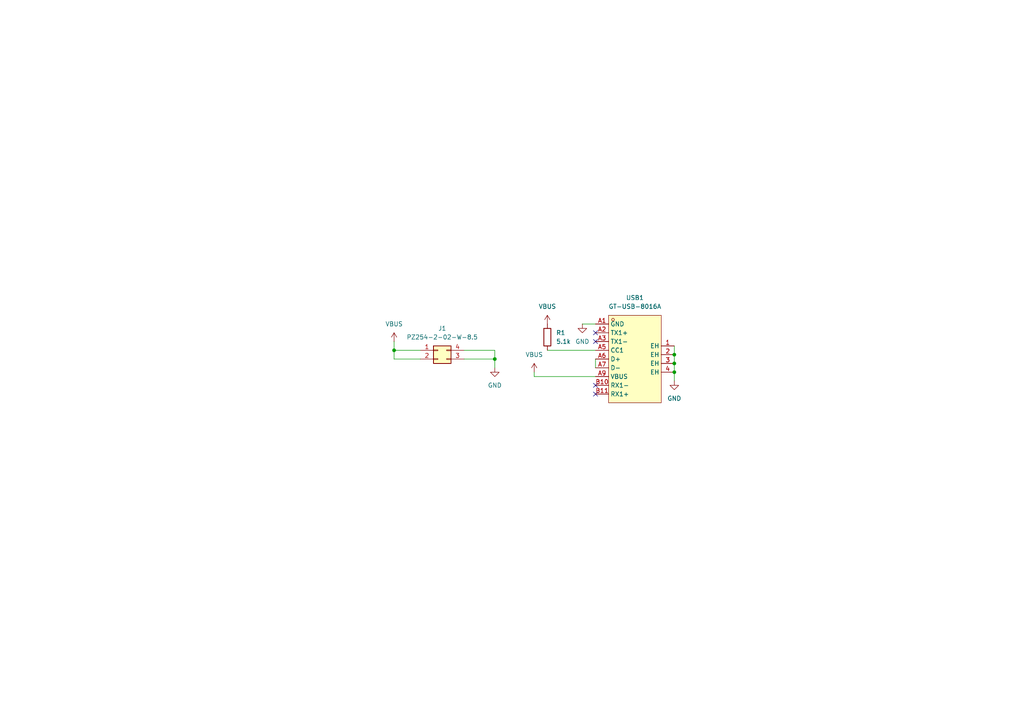
<source format=kicad_sch>
(kicad_sch
	(version 20231120)
	(generator "eeschema")
	(generator_version "8.0")
	(uuid "f9d2ba81-a007-4874-bb61-a5cd040750a5")
	(paper "A4")
	(lib_symbols
		(symbol "Connector_Generic:Conn_02x02_Counter_Clockwise"
			(pin_names
				(offset 1.016) hide)
			(exclude_from_sim no)
			(in_bom yes)
			(on_board yes)
			(property "Reference" "J"
				(at 1.27 2.54 0)
				(effects
					(font
						(size 1.27 1.27)
					)
				)
			)
			(property "Value" "Conn_02x02_Counter_Clockwise"
				(at 1.27 -5.08 0)
				(effects
					(font
						(size 1.27 1.27)
					)
				)
			)
			(property "Footprint" ""
				(at 0 0 0)
				(effects
					(font
						(size 1.27 1.27)
					)
					(hide yes)
				)
			)
			(property "Datasheet" "~"
				(at 0 0 0)
				(effects
					(font
						(size 1.27 1.27)
					)
					(hide yes)
				)
			)
			(property "Description" "Generic connector, double row, 02x02, counter clockwise pin numbering scheme (similar to DIP package numbering), script generated (kicad-library-utils/schlib/autogen/connector/)"
				(at 0 0 0)
				(effects
					(font
						(size 1.27 1.27)
					)
					(hide yes)
				)
			)
			(property "ki_keywords" "connector"
				(at 0 0 0)
				(effects
					(font
						(size 1.27 1.27)
					)
					(hide yes)
				)
			)
			(property "ki_fp_filters" "Connector*:*_2x??_*"
				(at 0 0 0)
				(effects
					(font
						(size 1.27 1.27)
					)
					(hide yes)
				)
			)
			(symbol "Conn_02x02_Counter_Clockwise_1_1"
				(rectangle
					(start -1.27 -2.413)
					(end 0 -2.667)
					(stroke
						(width 0.1524)
						(type default)
					)
					(fill
						(type none)
					)
				)
				(rectangle
					(start -1.27 0.127)
					(end 0 -0.127)
					(stroke
						(width 0.1524)
						(type default)
					)
					(fill
						(type none)
					)
				)
				(rectangle
					(start -1.27 1.27)
					(end 3.81 -3.81)
					(stroke
						(width 0.254)
						(type default)
					)
					(fill
						(type background)
					)
				)
				(rectangle
					(start 3.81 -2.413)
					(end 2.54 -2.667)
					(stroke
						(width 0.1524)
						(type default)
					)
					(fill
						(type none)
					)
				)
				(rectangle
					(start 3.81 0.127)
					(end 2.54 -0.127)
					(stroke
						(width 0.1524)
						(type default)
					)
					(fill
						(type none)
					)
				)
				(pin passive line
					(at -5.08 0 0)
					(length 3.81)
					(name "Pin_1"
						(effects
							(font
								(size 1.27 1.27)
							)
						)
					)
					(number "1"
						(effects
							(font
								(size 1.27 1.27)
							)
						)
					)
				)
				(pin passive line
					(at -5.08 -2.54 0)
					(length 3.81)
					(name "Pin_2"
						(effects
							(font
								(size 1.27 1.27)
							)
						)
					)
					(number "2"
						(effects
							(font
								(size 1.27 1.27)
							)
						)
					)
				)
				(pin passive line
					(at 7.62 -2.54 180)
					(length 3.81)
					(name "Pin_3"
						(effects
							(font
								(size 1.27 1.27)
							)
						)
					)
					(number "3"
						(effects
							(font
								(size 1.27 1.27)
							)
						)
					)
				)
				(pin passive line
					(at 7.62 0 180)
					(length 3.81)
					(name "Pin_4"
						(effects
							(font
								(size 1.27 1.27)
							)
						)
					)
					(number "4"
						(effects
							(font
								(size 1.27 1.27)
							)
						)
					)
				)
			)
		)
		(symbol "Device:R"
			(pin_numbers hide)
			(pin_names
				(offset 0)
			)
			(exclude_from_sim no)
			(in_bom yes)
			(on_board yes)
			(property "Reference" "R"
				(at 2.032 0 90)
				(effects
					(font
						(size 1.27 1.27)
					)
				)
			)
			(property "Value" "R"
				(at 0 0 90)
				(effects
					(font
						(size 1.27 1.27)
					)
				)
			)
			(property "Footprint" ""
				(at -1.778 0 90)
				(effects
					(font
						(size 1.27 1.27)
					)
					(hide yes)
				)
			)
			(property "Datasheet" "~"
				(at 0 0 0)
				(effects
					(font
						(size 1.27 1.27)
					)
					(hide yes)
				)
			)
			(property "Description" "Resistor"
				(at 0 0 0)
				(effects
					(font
						(size 1.27 1.27)
					)
					(hide yes)
				)
			)
			(property "ki_keywords" "R res resistor"
				(at 0 0 0)
				(effects
					(font
						(size 1.27 1.27)
					)
					(hide yes)
				)
			)
			(property "ki_fp_filters" "R_*"
				(at 0 0 0)
				(effects
					(font
						(size 1.27 1.27)
					)
					(hide yes)
				)
			)
			(symbol "R_0_1"
				(rectangle
					(start -1.016 -2.54)
					(end 1.016 2.54)
					(stroke
						(width 0.254)
						(type default)
					)
					(fill
						(type none)
					)
				)
			)
			(symbol "R_1_1"
				(pin passive line
					(at 0 3.81 270)
					(length 1.27)
					(name "~"
						(effects
							(font
								(size 1.27 1.27)
							)
						)
					)
					(number "1"
						(effects
							(font
								(size 1.27 1.27)
							)
						)
					)
				)
				(pin passive line
					(at 0 -3.81 90)
					(length 1.27)
					(name "~"
						(effects
							(font
								(size 1.27 1.27)
							)
						)
					)
					(number "2"
						(effects
							(font
								(size 1.27 1.27)
							)
						)
					)
				)
			)
		)
		(symbol "nareb1conn:GT-USB-8016A"
			(exclude_from_sim no)
			(in_bom yes)
			(on_board yes)
			(property "Reference" "USB"
				(at 0 16.51 0)
				(effects
					(font
						(size 1.27 1.27)
					)
				)
			)
			(property "Value" "GT-USB-8016A"
				(at 0 -13.97 0)
				(effects
					(font
						(size 1.27 1.27)
					)
				)
			)
			(property "Footprint" "nareb1conn:USB-TYPE-C-SMD_GT-USB-8016A"
				(at 0 -16.51 0)
				(effects
					(font
						(size 1.27 1.27)
					)
					(hide yes)
				)
			)
			(property "Datasheet" ""
				(at 0 0 0)
				(effects
					(font
						(size 1.27 1.27)
					)
					(hide yes)
				)
			)
			(property "Description" ""
				(at 0 0 0)
				(effects
					(font
						(size 1.27 1.27)
					)
					(hide yes)
				)
			)
			(property "LCSC Part" "C2988371"
				(at 0 -19.05 0)
				(effects
					(font
						(size 1.27 1.27)
					)
					(hide yes)
				)
			)
			(symbol "GT-USB-8016A_0_1"
				(rectangle
					(start -8.89 13.97)
					(end 6.35 -11.43)
					(stroke
						(width 0)
						(type default)
					)
					(fill
						(type background)
					)
				)
				(circle
					(center -7.62 12.7)
					(radius 0.38)
					(stroke
						(width 0)
						(type default)
					)
					(fill
						(type none)
					)
				)
				(pin unspecified line
					(at 10.16 5.08 180)
					(length 3.81)
					(name "EH"
						(effects
							(font
								(size 1.27 1.27)
							)
						)
					)
					(number "1"
						(effects
							(font
								(size 1.27 1.27)
							)
						)
					)
				)
				(pin unspecified line
					(at 10.16 2.54 180)
					(length 3.81)
					(name "EH"
						(effects
							(font
								(size 1.27 1.27)
							)
						)
					)
					(number "2"
						(effects
							(font
								(size 1.27 1.27)
							)
						)
					)
				)
				(pin unspecified line
					(at 10.16 0 180)
					(length 3.81)
					(name "EH"
						(effects
							(font
								(size 1.27 1.27)
							)
						)
					)
					(number "3"
						(effects
							(font
								(size 1.27 1.27)
							)
						)
					)
				)
				(pin unspecified line
					(at 10.16 -2.54 180)
					(length 3.81)
					(name "EH"
						(effects
							(font
								(size 1.27 1.27)
							)
						)
					)
					(number "4"
						(effects
							(font
								(size 1.27 1.27)
							)
						)
					)
				)
				(pin unspecified line
					(at -12.7 11.43 0)
					(length 3.81)
					(name "GND"
						(effects
							(font
								(size 1.27 1.27)
							)
						)
					)
					(number "A1"
						(effects
							(font
								(size 1.27 1.27)
							)
						)
					)
				)
				(pin unspecified line
					(at -12.7 8.89 0)
					(length 3.81)
					(name "TX1+"
						(effects
							(font
								(size 1.27 1.27)
							)
						)
					)
					(number "A2"
						(effects
							(font
								(size 1.27 1.27)
							)
						)
					)
				)
				(pin unspecified line
					(at -12.7 6.35 0)
					(length 3.81)
					(name "TX1-"
						(effects
							(font
								(size 1.27 1.27)
							)
						)
					)
					(number "A3"
						(effects
							(font
								(size 1.27 1.27)
							)
						)
					)
				)
				(pin unspecified line
					(at -12.7 3.81 0)
					(length 3.81)
					(name "CC1"
						(effects
							(font
								(size 1.27 1.27)
							)
						)
					)
					(number "A5"
						(effects
							(font
								(size 1.27 1.27)
							)
						)
					)
				)
				(pin unspecified line
					(at -12.7 1.27 0)
					(length 3.81)
					(name "D+"
						(effects
							(font
								(size 1.27 1.27)
							)
						)
					)
					(number "A6"
						(effects
							(font
								(size 1.27 1.27)
							)
						)
					)
				)
				(pin unspecified line
					(at -12.7 -1.27 0)
					(length 3.81)
					(name "D-"
						(effects
							(font
								(size 1.27 1.27)
							)
						)
					)
					(number "A7"
						(effects
							(font
								(size 1.27 1.27)
							)
						)
					)
				)
				(pin unspecified line
					(at -12.7 -3.81 0)
					(length 3.81)
					(name "VBUS"
						(effects
							(font
								(size 1.27 1.27)
							)
						)
					)
					(number "A9"
						(effects
							(font
								(size 1.27 1.27)
							)
						)
					)
				)
				(pin unspecified line
					(at -12.7 -6.35 0)
					(length 3.81)
					(name "RX1-"
						(effects
							(font
								(size 1.27 1.27)
							)
						)
					)
					(number "B10"
						(effects
							(font
								(size 1.27 1.27)
							)
						)
					)
				)
				(pin unspecified line
					(at -12.7 -8.89 0)
					(length 3.81)
					(name "RX1+"
						(effects
							(font
								(size 1.27 1.27)
							)
						)
					)
					(number "B11"
						(effects
							(font
								(size 1.27 1.27)
							)
						)
					)
				)
			)
		)
		(symbol "power:GND"
			(power)
			(pin_numbers hide)
			(pin_names
				(offset 0) hide)
			(exclude_from_sim no)
			(in_bom yes)
			(on_board yes)
			(property "Reference" "#PWR"
				(at 0 -6.35 0)
				(effects
					(font
						(size 1.27 1.27)
					)
					(hide yes)
				)
			)
			(property "Value" "GND"
				(at 0 -3.81 0)
				(effects
					(font
						(size 1.27 1.27)
					)
				)
			)
			(property "Footprint" ""
				(at 0 0 0)
				(effects
					(font
						(size 1.27 1.27)
					)
					(hide yes)
				)
			)
			(property "Datasheet" ""
				(at 0 0 0)
				(effects
					(font
						(size 1.27 1.27)
					)
					(hide yes)
				)
			)
			(property "Description" "Power symbol creates a global label with name \"GND\" , ground"
				(at 0 0 0)
				(effects
					(font
						(size 1.27 1.27)
					)
					(hide yes)
				)
			)
			(property "ki_keywords" "global power"
				(at 0 0 0)
				(effects
					(font
						(size 1.27 1.27)
					)
					(hide yes)
				)
			)
			(symbol "GND_0_1"
				(polyline
					(pts
						(xy 0 0) (xy 0 -1.27) (xy 1.27 -1.27) (xy 0 -2.54) (xy -1.27 -1.27) (xy 0 -1.27)
					)
					(stroke
						(width 0)
						(type default)
					)
					(fill
						(type none)
					)
				)
			)
			(symbol "GND_1_1"
				(pin power_in line
					(at 0 0 270)
					(length 0)
					(name "~"
						(effects
							(font
								(size 1.27 1.27)
							)
						)
					)
					(number "1"
						(effects
							(font
								(size 1.27 1.27)
							)
						)
					)
				)
			)
		)
		(symbol "power:VBUS"
			(power)
			(pin_numbers hide)
			(pin_names
				(offset 0) hide)
			(exclude_from_sim no)
			(in_bom yes)
			(on_board yes)
			(property "Reference" "#PWR"
				(at 0 -3.81 0)
				(effects
					(font
						(size 1.27 1.27)
					)
					(hide yes)
				)
			)
			(property "Value" "VBUS"
				(at 0 3.556 0)
				(effects
					(font
						(size 1.27 1.27)
					)
				)
			)
			(property "Footprint" ""
				(at 0 0 0)
				(effects
					(font
						(size 1.27 1.27)
					)
					(hide yes)
				)
			)
			(property "Datasheet" ""
				(at 0 0 0)
				(effects
					(font
						(size 1.27 1.27)
					)
					(hide yes)
				)
			)
			(property "Description" "Power symbol creates a global label with name \"VBUS\""
				(at 0 0 0)
				(effects
					(font
						(size 1.27 1.27)
					)
					(hide yes)
				)
			)
			(property "ki_keywords" "global power"
				(at 0 0 0)
				(effects
					(font
						(size 1.27 1.27)
					)
					(hide yes)
				)
			)
			(symbol "VBUS_0_1"
				(polyline
					(pts
						(xy -0.762 1.27) (xy 0 2.54)
					)
					(stroke
						(width 0)
						(type default)
					)
					(fill
						(type none)
					)
				)
				(polyline
					(pts
						(xy 0 0) (xy 0 2.54)
					)
					(stroke
						(width 0)
						(type default)
					)
					(fill
						(type none)
					)
				)
				(polyline
					(pts
						(xy 0 2.54) (xy 0.762 1.27)
					)
					(stroke
						(width 0)
						(type default)
					)
					(fill
						(type none)
					)
				)
			)
			(symbol "VBUS_1_1"
				(pin power_in line
					(at 0 0 90)
					(length 0)
					(name "~"
						(effects
							(font
								(size 1.27 1.27)
							)
						)
					)
					(number "1"
						(effects
							(font
								(size 1.27 1.27)
							)
						)
					)
				)
			)
		)
	)
	(junction
		(at 114.3 101.6)
		(diameter 0)
		(color 0 0 0 0)
		(uuid "0a6f97dc-4ced-4848-b225-e0e5f2d28239")
	)
	(junction
		(at 143.51 104.14)
		(diameter 0)
		(color 0 0 0 0)
		(uuid "532c9de5-1790-443f-9dcd-67f3e9a5c5c1")
	)
	(junction
		(at 195.58 107.95)
		(diameter 0)
		(color 0 0 0 0)
		(uuid "9c75407c-dc9b-461d-8fa8-2638848ad1be")
	)
	(junction
		(at 195.58 105.41)
		(diameter 0)
		(color 0 0 0 0)
		(uuid "a400e230-548d-464f-9b11-29a59e2831c2")
	)
	(junction
		(at 195.58 102.87)
		(diameter 0)
		(color 0 0 0 0)
		(uuid "d1ea7b1b-498e-4393-b42c-839a4583937c")
	)
	(no_connect
		(at 172.72 96.52)
		(uuid "0ad0cb86-0fc0-467f-b5fd-a95b9d5989d6")
	)
	(no_connect
		(at 172.72 111.76)
		(uuid "0cbf97dd-3785-402a-81e9-3c54d0847f32")
	)
	(no_connect
		(at 172.72 99.06)
		(uuid "25a18a69-65fb-4ef2-990e-19c7faf0eef2")
	)
	(no_connect
		(at 172.72 114.3)
		(uuid "6efe83e5-382b-475b-b9a8-186072226f7c")
	)
	(wire
		(pts
			(xy 195.58 105.41) (xy 195.58 107.95)
		)
		(stroke
			(width 0)
			(type default)
		)
		(uuid "0309187a-7ecd-41de-a727-ab4da27674d1")
	)
	(wire
		(pts
			(xy 143.51 101.6) (xy 134.62 101.6)
		)
		(stroke
			(width 0)
			(type default)
		)
		(uuid "04ab31c2-ea7f-495e-a83b-a35cbef88bb8")
	)
	(wire
		(pts
			(xy 114.3 101.6) (xy 114.3 104.14)
		)
		(stroke
			(width 0)
			(type default)
		)
		(uuid "1c790c8b-afc1-4047-9a9d-2c8063a5acbe")
	)
	(wire
		(pts
			(xy 143.51 106.68) (xy 143.51 104.14)
		)
		(stroke
			(width 0)
			(type default)
		)
		(uuid "1d7143f9-88d5-4146-a529-a41ccb711c11")
	)
	(wire
		(pts
			(xy 121.92 104.14) (xy 114.3 104.14)
		)
		(stroke
			(width 0)
			(type default)
		)
		(uuid "383cdfe0-30c8-4858-85a3-47f8b83591ea")
	)
	(wire
		(pts
			(xy 195.58 102.87) (xy 195.58 105.41)
		)
		(stroke
			(width 0)
			(type default)
		)
		(uuid "41025281-e8c9-4a53-a5f2-18dae18f00fb")
	)
	(wire
		(pts
			(xy 195.58 100.33) (xy 195.58 102.87)
		)
		(stroke
			(width 0)
			(type default)
		)
		(uuid "6999a685-b7cf-451f-9870-7b7d1e30f051")
	)
	(wire
		(pts
			(xy 168.91 93.98) (xy 172.72 93.98)
		)
		(stroke
			(width 0)
			(type default)
		)
		(uuid "805b7cb6-eea6-4c98-892e-3558967f019c")
	)
	(wire
		(pts
			(xy 154.94 107.95) (xy 154.94 109.22)
		)
		(stroke
			(width 0)
			(type default)
		)
		(uuid "b5432f9d-0976-4fa0-925d-8b7d9db19605")
	)
	(wire
		(pts
			(xy 143.51 104.14) (xy 143.51 101.6)
		)
		(stroke
			(width 0)
			(type default)
		)
		(uuid "b6ac0855-7e1c-48f2-8b68-d8309b248a41")
	)
	(wire
		(pts
			(xy 134.62 104.14) (xy 143.51 104.14)
		)
		(stroke
			(width 0)
			(type default)
		)
		(uuid "bcbd9536-18d7-446b-8a61-5e36e6da348c")
	)
	(wire
		(pts
			(xy 114.3 99.06) (xy 114.3 101.6)
		)
		(stroke
			(width 0)
			(type default)
		)
		(uuid "bea1a1ac-e68c-4d2e-838d-a9dad7b8fbe4")
	)
	(wire
		(pts
			(xy 154.94 109.22) (xy 172.72 109.22)
		)
		(stroke
			(width 0)
			(type default)
		)
		(uuid "c18686c6-5e78-49ec-ad64-a422f9515fc4")
	)
	(wire
		(pts
			(xy 172.72 101.6) (xy 158.75 101.6)
		)
		(stroke
			(width 0)
			(type default)
		)
		(uuid "e059d1ed-7926-42e0-947a-66ec98708d99")
	)
	(wire
		(pts
			(xy 195.58 107.95) (xy 195.58 110.49)
		)
		(stroke
			(width 0)
			(type default)
		)
		(uuid "e81215ce-a90d-47b5-88b8-98b7b5c1ae4b")
	)
	(wire
		(pts
			(xy 114.3 101.6) (xy 121.92 101.6)
		)
		(stroke
			(width 0)
			(type default)
		)
		(uuid "f1915b35-322b-4d39-917f-7f1609bef628")
	)
	(wire
		(pts
			(xy 172.72 104.14) (xy 172.72 106.68)
		)
		(stroke
			(width 0)
			(type default)
		)
		(uuid "f58318b3-3857-4d99-8578-764e3866e139")
	)
	(symbol
		(lib_id "power:GND")
		(at 168.91 93.98 0)
		(unit 1)
		(exclude_from_sim no)
		(in_bom yes)
		(on_board yes)
		(dnp no)
		(fields_autoplaced yes)
		(uuid "0a74d31b-1ea2-46d2-bc8a-0328a204da45")
		(property "Reference" "#PWR03"
			(at 168.91 100.33 0)
			(effects
				(font
					(size 1.27 1.27)
				)
				(hide yes)
			)
		)
		(property "Value" "GND"
			(at 168.91 99.06 0)
			(effects
				(font
					(size 1.27 1.27)
				)
			)
		)
		(property "Footprint" ""
			(at 168.91 93.98 0)
			(effects
				(font
					(size 1.27 1.27)
				)
				(hide yes)
			)
		)
		(property "Datasheet" ""
			(at 168.91 93.98 0)
			(effects
				(font
					(size 1.27 1.27)
				)
				(hide yes)
			)
		)
		(property "Description" "Power symbol creates a global label with name \"GND\" , ground"
			(at 168.91 93.98 0)
			(effects
				(font
					(size 1.27 1.27)
				)
				(hide yes)
			)
		)
		(pin "1"
			(uuid "a9666eee-43cf-4939-9d5d-0e5d873eb572")
		)
		(instances
			(project "naredock-b1-conn"
				(path "/f9d2ba81-a007-4874-bb61-a5cd040750a5"
					(reference "#PWR03")
					(unit 1)
				)
			)
		)
	)
	(symbol
		(lib_id "nareb1conn:GT-USB-8016A")
		(at 185.42 105.41 0)
		(unit 1)
		(exclude_from_sim no)
		(in_bom yes)
		(on_board yes)
		(dnp no)
		(fields_autoplaced yes)
		(uuid "0dafb951-caf1-4bf2-83ff-8314540f92e0")
		(property "Reference" "USB1"
			(at 184.15 86.36 0)
			(effects
				(font
					(size 1.27 1.27)
				)
			)
		)
		(property "Value" "GT-USB-8016A"
			(at 184.15 88.9 0)
			(effects
				(font
					(size 1.27 1.27)
				)
			)
		)
		(property "Footprint" "nareb1conn:USB-TYPE-C-SMD_GT-USB-8016A"
			(at 185.42 121.92 0)
			(effects
				(font
					(size 1.27 1.27)
				)
				(hide yes)
			)
		)
		(property "Datasheet" ""
			(at 185.42 105.41 0)
			(effects
				(font
					(size 1.27 1.27)
				)
				(hide yes)
			)
		)
		(property "Description" ""
			(at 185.42 105.41 0)
			(effects
				(font
					(size 1.27 1.27)
				)
				(hide yes)
			)
		)
		(property "LCSC Part" "C2988371"
			(at 185.42 124.46 0)
			(effects
				(font
					(size 1.27 1.27)
				)
				(hide yes)
			)
		)
		(pin "4"
			(uuid "215d953a-fae2-4875-ae1e-74f467d334a5")
		)
		(pin "A6"
			(uuid "217c376c-d82f-4bcc-a064-f2eab2fbff24")
		)
		(pin "1"
			(uuid "88d1e55d-8227-4003-951a-5d030aecfbe8")
		)
		(pin "A3"
			(uuid "e7aa0dcc-ee22-45a3-b905-262f1812401a")
		)
		(pin "A7"
			(uuid "65cdf919-e031-4cb3-88b0-12fd2229ad5f")
		)
		(pin "A1"
			(uuid "0a4527a5-6b51-437d-979e-703913716a22")
		)
		(pin "B10"
			(uuid "782b8e13-9a01-404a-9687-abb43a611f12")
		)
		(pin "B11"
			(uuid "f62159df-9cbb-43c5-aa95-1eeedf40ec07")
		)
		(pin "A2"
			(uuid "95d77a93-8ba6-4c95-9bf5-f9d02ac7d6be")
		)
		(pin "A9"
			(uuid "5b977dc9-8bbf-4f04-a175-b3ef2678834b")
		)
		(pin "2"
			(uuid "2441250e-9982-4b35-b419-dfceacd3af5a")
		)
		(pin "3"
			(uuid "5cd97e3d-e594-4d5e-9809-b525aa7e5557")
		)
		(pin "A5"
			(uuid "73256819-8c42-4c18-b482-834ca201b846")
		)
		(instances
			(project "naredock-b1-conn"
				(path "/f9d2ba81-a007-4874-bb61-a5cd040750a5"
					(reference "USB1")
					(unit 1)
				)
			)
		)
	)
	(symbol
		(lib_id "Connector_Generic:Conn_02x02_Counter_Clockwise")
		(at 127 101.6 0)
		(unit 1)
		(exclude_from_sim no)
		(in_bom yes)
		(on_board yes)
		(dnp no)
		(fields_autoplaced yes)
		(uuid "1872ece5-c841-4b82-b8e8-72911b466863")
		(property "Reference" "J1"
			(at 128.27 95.25 0)
			(effects
				(font
					(size 1.27 1.27)
				)
			)
		)
		(property "Value" "PZ254-2-02-W-8.5"
			(at 128.27 97.79 0)
			(effects
				(font
					(size 1.27 1.27)
				)
			)
		)
		(property "Footprint" "Connector_PinHeader_2.54mm:PinHeader_2x02_P2.54mm_Horizontal"
			(at 127 101.6 0)
			(effects
				(font
					(size 1.27 1.27)
				)
				(hide yes)
			)
		)
		(property "Datasheet" "~"
			(at 127 101.6 0)
			(effects
				(font
					(size 1.27 1.27)
				)
				(hide yes)
			)
		)
		(property "Description" "Generic connector, double row, 02x02, counter clockwise pin numbering scheme (similar to DIP package numbering), script generated (kicad-library-utils/schlib/autogen/connector/)"
			(at 127 101.6 0)
			(effects
				(font
					(size 1.27 1.27)
				)
				(hide yes)
			)
		)
		(pin "3"
			(uuid "3df11017-ffaa-46ac-a059-dc083f4ba1f6")
		)
		(pin "1"
			(uuid "d462759d-5649-4238-afca-8e117b9643c3")
		)
		(pin "2"
			(uuid "38c00107-260f-408c-be36-84de066df5e8")
		)
		(pin "4"
			(uuid "8e88e391-3c8c-4194-8e82-b3435a2ffce5")
		)
		(instances
			(project "naredock-b1-conn"
				(path "/f9d2ba81-a007-4874-bb61-a5cd040750a5"
					(reference "J1")
					(unit 1)
				)
			)
		)
	)
	(symbol
		(lib_id "power:VBUS")
		(at 114.3 99.06 0)
		(unit 1)
		(exclude_from_sim no)
		(in_bom yes)
		(on_board yes)
		(dnp no)
		(fields_autoplaced yes)
		(uuid "19dd0320-ac45-4428-8a30-9ad1161b8205")
		(property "Reference" "#PWR01"
			(at 114.3 102.87 0)
			(effects
				(font
					(size 1.27 1.27)
				)
				(hide yes)
			)
		)
		(property "Value" "VBUS"
			(at 114.3 93.98 0)
			(effects
				(font
					(size 1.27 1.27)
				)
			)
		)
		(property "Footprint" ""
			(at 114.3 99.06 0)
			(effects
				(font
					(size 1.27 1.27)
				)
				(hide yes)
			)
		)
		(property "Datasheet" ""
			(at 114.3 99.06 0)
			(effects
				(font
					(size 1.27 1.27)
				)
				(hide yes)
			)
		)
		(property "Description" "Power symbol creates a global label with name \"VBUS\""
			(at 114.3 99.06 0)
			(effects
				(font
					(size 1.27 1.27)
				)
				(hide yes)
			)
		)
		(pin "1"
			(uuid "f9b16bd3-22c7-4b9b-a912-dce300a93c06")
		)
		(instances
			(project "naredock-b1-conn"
				(path "/f9d2ba81-a007-4874-bb61-a5cd040750a5"
					(reference "#PWR01")
					(unit 1)
				)
			)
		)
	)
	(symbol
		(lib_id "power:GND")
		(at 195.58 110.49 0)
		(unit 1)
		(exclude_from_sim no)
		(in_bom yes)
		(on_board yes)
		(dnp no)
		(fields_autoplaced yes)
		(uuid "33754383-0c0f-4488-a3d6-a4b4245e8e3a")
		(property "Reference" "#PWR06"
			(at 195.58 116.84 0)
			(effects
				(font
					(size 1.27 1.27)
				)
				(hide yes)
			)
		)
		(property "Value" "GND"
			(at 195.58 115.57 0)
			(effects
				(font
					(size 1.27 1.27)
				)
			)
		)
		(property "Footprint" ""
			(at 195.58 110.49 0)
			(effects
				(font
					(size 1.27 1.27)
				)
				(hide yes)
			)
		)
		(property "Datasheet" ""
			(at 195.58 110.49 0)
			(effects
				(font
					(size 1.27 1.27)
				)
				(hide yes)
			)
		)
		(property "Description" "Power symbol creates a global label with name \"GND\" , ground"
			(at 195.58 110.49 0)
			(effects
				(font
					(size 1.27 1.27)
				)
				(hide yes)
			)
		)
		(pin "1"
			(uuid "40af6a1f-2373-4b09-bee2-cda2523182e9")
		)
		(instances
			(project "naredock-b1-conn"
				(path "/f9d2ba81-a007-4874-bb61-a5cd040750a5"
					(reference "#PWR06")
					(unit 1)
				)
			)
		)
	)
	(symbol
		(lib_id "power:VBUS")
		(at 158.75 93.98 0)
		(unit 1)
		(exclude_from_sim no)
		(in_bom yes)
		(on_board yes)
		(dnp no)
		(fields_autoplaced yes)
		(uuid "71aab125-8792-4049-8cb5-1019a38d4eb1")
		(property "Reference" "#PWR05"
			(at 158.75 97.79 0)
			(effects
				(font
					(size 1.27 1.27)
				)
				(hide yes)
			)
		)
		(property "Value" "VBUS"
			(at 158.75 88.9 0)
			(effects
				(font
					(size 1.27 1.27)
				)
			)
		)
		(property "Footprint" ""
			(at 158.75 93.98 0)
			(effects
				(font
					(size 1.27 1.27)
				)
				(hide yes)
			)
		)
		(property "Datasheet" ""
			(at 158.75 93.98 0)
			(effects
				(font
					(size 1.27 1.27)
				)
				(hide yes)
			)
		)
		(property "Description" "Power symbol creates a global label with name \"VBUS\""
			(at 158.75 93.98 0)
			(effects
				(font
					(size 1.27 1.27)
				)
				(hide yes)
			)
		)
		(pin "1"
			(uuid "499a5f7b-ec62-4449-84df-d67570f6d56a")
		)
		(instances
			(project "naredock-b1-conn"
				(path "/f9d2ba81-a007-4874-bb61-a5cd040750a5"
					(reference "#PWR05")
					(unit 1)
				)
			)
		)
	)
	(symbol
		(lib_id "power:VBUS")
		(at 154.94 107.95 0)
		(unit 1)
		(exclude_from_sim no)
		(in_bom yes)
		(on_board yes)
		(dnp no)
		(fields_autoplaced yes)
		(uuid "879392dc-fb35-4a8d-a7f4-5ca4371638a5")
		(property "Reference" "#PWR04"
			(at 154.94 111.76 0)
			(effects
				(font
					(size 1.27 1.27)
				)
				(hide yes)
			)
		)
		(property "Value" "VBUS"
			(at 154.94 102.87 0)
			(effects
				(font
					(size 1.27 1.27)
				)
			)
		)
		(property "Footprint" ""
			(at 154.94 107.95 0)
			(effects
				(font
					(size 1.27 1.27)
				)
				(hide yes)
			)
		)
		(property "Datasheet" ""
			(at 154.94 107.95 0)
			(effects
				(font
					(size 1.27 1.27)
				)
				(hide yes)
			)
		)
		(property "Description" "Power symbol creates a global label with name \"VBUS\""
			(at 154.94 107.95 0)
			(effects
				(font
					(size 1.27 1.27)
				)
				(hide yes)
			)
		)
		(pin "1"
			(uuid "906d4317-2949-45cb-82a8-5d0a1c8f84b4")
		)
		(instances
			(project "naredock-b1-conn"
				(path "/f9d2ba81-a007-4874-bb61-a5cd040750a5"
					(reference "#PWR04")
					(unit 1)
				)
			)
		)
	)
	(symbol
		(lib_id "Device:R")
		(at 158.75 97.79 180)
		(unit 1)
		(exclude_from_sim no)
		(in_bom yes)
		(on_board yes)
		(dnp no)
		(fields_autoplaced yes)
		(uuid "89bb4328-cbb0-44f4-b2b5-f5b16bb289bb")
		(property "Reference" "R1"
			(at 161.29 96.5199 0)
			(effects
				(font
					(size 1.27 1.27)
				)
				(justify right)
			)
		)
		(property "Value" "5.1k"
			(at 161.29 99.0599 0)
			(effects
				(font
					(size 1.27 1.27)
				)
				(justify right)
			)
		)
		(property "Footprint" "Resistor_SMD:R_0402_1005Metric"
			(at 160.528 97.79 90)
			(effects
				(font
					(size 1.27 1.27)
				)
				(hide yes)
			)
		)
		(property "Datasheet" "~"
			(at 158.75 97.79 0)
			(effects
				(font
					(size 1.27 1.27)
				)
				(hide yes)
			)
		)
		(property "Description" "Resistor"
			(at 158.75 97.79 0)
			(effects
				(font
					(size 1.27 1.27)
				)
				(hide yes)
			)
		)
		(pin "2"
			(uuid "ce5c30df-77e5-48d4-8ec5-3d9536e979fa")
		)
		(pin "1"
			(uuid "1dd095e5-d07a-43cc-98be-4cc4b9dcbb75")
		)
		(instances
			(project "naredock-b1-conn"
				(path "/f9d2ba81-a007-4874-bb61-a5cd040750a5"
					(reference "R1")
					(unit 1)
				)
			)
		)
	)
	(symbol
		(lib_id "power:GND")
		(at 143.51 106.68 0)
		(unit 1)
		(exclude_from_sim no)
		(in_bom yes)
		(on_board yes)
		(dnp no)
		(fields_autoplaced yes)
		(uuid "e220ab2a-42d6-494d-a61d-dedc0d492df6")
		(property "Reference" "#PWR02"
			(at 143.51 113.03 0)
			(effects
				(font
					(size 1.27 1.27)
				)
				(hide yes)
			)
		)
		(property "Value" "GND"
			(at 143.51 111.76 0)
			(effects
				(font
					(size 1.27 1.27)
				)
			)
		)
		(property "Footprint" ""
			(at 143.51 106.68 0)
			(effects
				(font
					(size 1.27 1.27)
				)
				(hide yes)
			)
		)
		(property "Datasheet" ""
			(at 143.51 106.68 0)
			(effects
				(font
					(size 1.27 1.27)
				)
				(hide yes)
			)
		)
		(property "Description" "Power symbol creates a global label with name \"GND\" , ground"
			(at 143.51 106.68 0)
			(effects
				(font
					(size 1.27 1.27)
				)
				(hide yes)
			)
		)
		(pin "1"
			(uuid "a964b12a-068f-471d-9790-3b707d816b76")
		)
		(instances
			(project "naredock-b1-conn"
				(path "/f9d2ba81-a007-4874-bb61-a5cd040750a5"
					(reference "#PWR02")
					(unit 1)
				)
			)
		)
	)
	(sheet_instances
		(path "/"
			(page "1")
		)
	)
)
</source>
